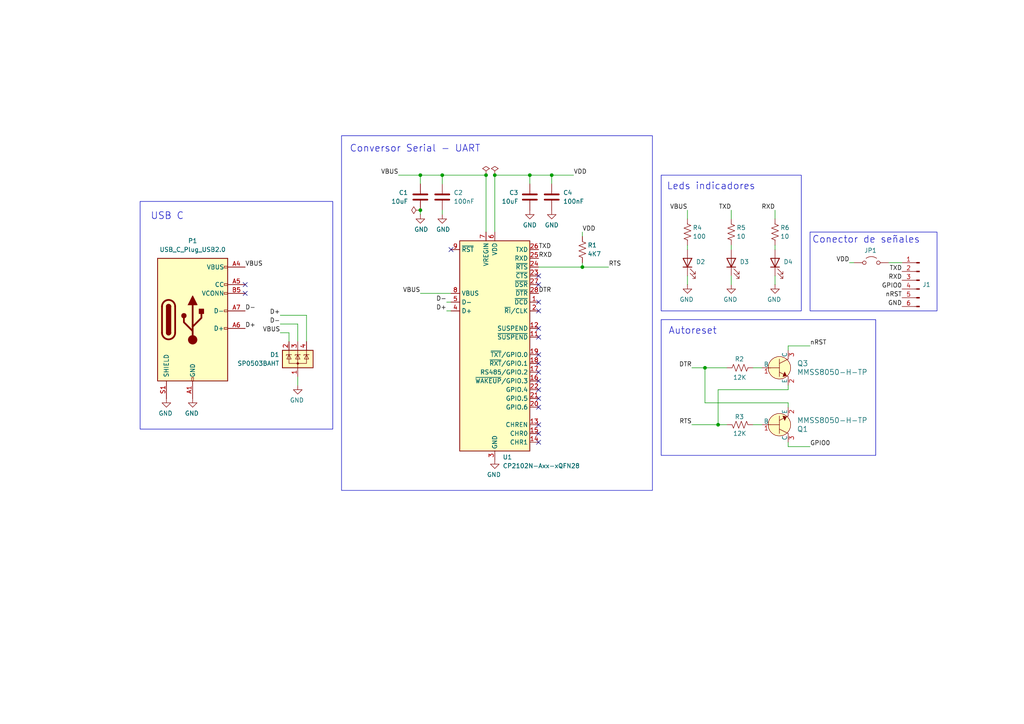
<source format=kicad_sch>
(kicad_sch (version 20231120) (generator "eeschema") (generator_version "8.0")
  (paper "A4")
  (lib_symbols
    (symbol "Connector:Conn_01x06_Pin" (pin_names (offset 1.016) hide)
      (property "Reference" "J" (at 0 7.62 0))
      (property "Value" "Conn_01x06_Pin" (at 0 -10.16 0))
      (symbol "Conn_01x06_Pin_1_1"
        (polyline (pts (xy 1.27 -7.62) (xy 0.8636 -7.62)) (stroke (width 0.1524)))
        (polyline (pts (xy 1.27 -5.08) (xy 0.8636 -5.08)) (stroke (width 0.1524)))
        (polyline (pts (xy 1.27 -2.54) (xy 0.8636 -2.54)) (stroke (width 0.1524)))
        (polyline (pts (xy 1.27 0) (xy 0.8636 0)) (stroke (width 0.1524)))
        (polyline (pts (xy 1.27 2.54) (xy 0.8636 2.54)) (stroke (width 0.1524)))
        (polyline (pts (xy 1.27 5.08) (xy 0.8636 5.08)) (stroke (width 0.1524)))
        (rectangle (start 0.8636 -7.493) (end 0 -7.747) (stroke (width 0.1524)) (fill (type outline)))
        (rectangle (start 0.8636 -4.953) (end 0 -5.207) (stroke (width 0.1524)) (fill (type outline)))
        (rectangle (start 0.8636 -2.413) (end 0 -2.667) (stroke (width 0.1524)) (fill (type outline)))
        (rectangle (start 0.8636 0.127) (end 0 -0.127) (stroke (width 0.1524)) (fill (type outline)))
        (rectangle (start 0.8636 2.667) (end 0 2.413) (stroke (width 0.1524)) (fill (type outline)))
        (rectangle (start 0.8636 5.207) (end 0 4.953) (stroke (width 0.1524)) (fill (type outline)))
        (pin passive line (at 5.08 5.08 180) (length 3.81) (name "Pin_1") (number "1"))
        (pin passive line (at 5.08 2.54 180) (length 3.81) (name "Pin_2") (number "2"))
        (pin passive line (at 5.08 0 180) (length 3.81) (name "Pin_3") (number "3"))
        (pin passive line (at 5.08 -2.54 180) (length 3.81) (name "Pin_4") (number "4"))
        (pin passive line (at 5.08 -5.08 180) (length 3.81) (name "Pin_5") (number "5"))
        (pin passive line (at 5.08 -7.62 180) (length 3.81) (name "Pin_6") (number "6"))
      )
    )
    (symbol "Connector:USB_C_Plug_USB2.0" (pin_names (offset 1.016))
      (property "Reference" "P" (at -10.16 19.05 0))
      (property "Value" "USB_C_Plug_USB2.0" (at 12.7 19.05 0))
      (symbol "USB_C_Plug_USB2.0_0_0"
        (rectangle (start -0.254 -17.78) (end 0.254 -16.764))
        (rectangle (start 10.16 -2.286) (end 9.144 -2.794))
        (rectangle (start 10.16 2.794) (end 9.144 2.286))
        (rectangle (start 10.16 7.874) (end 9.144 7.366))
        (rectangle (start 10.16 10.414) (end 9.144 9.906))
        (rectangle (start 10.16 15.494) (end 9.144 14.986))
      )
      (symbol "USB_C_Plug_USB2.0_0_1"
        (rectangle (start -10.16 17.78) (end 10.16 -17.78) (stroke (width 0.254)) (fill (type background)))
        (arc (start -8.89 -3.81) (mid -6.985 -5.7067) (end -5.08 -3.81) (stroke (width 0.508)))
        (arc (start -7.62 -3.81) (mid -6.985 -4.4423) (end -6.35 -3.81) (stroke (width 0.254)))
        (arc (start -7.62 -3.81) (mid -6.985 -4.4423) (end -6.35 -3.81) (stroke (width 0.254)) (fill (type outline)))
        (rectangle (start -7.62 -3.81) (end -6.35 3.81) (stroke (width 0.254)) (fill (type outline)))
        (arc (start -6.35 3.81) (mid -6.985 4.4423) (end -7.62 3.81) (stroke (width 0.254)))
        (arc (start -6.35 3.81) (mid -6.985 4.4423) (end -7.62 3.81) (stroke (width 0.254)) (fill (type outline)))
        (arc (start -5.08 3.81) (mid -6.985 5.7067) (end -8.89 3.81) (stroke (width 0.508)))
        (circle (center -2.54 1.143) (radius 0.635) (stroke (width 0.254)) (fill (type outline)))
        (circle (center 0 -5.842) (radius 1.27) (fill (type outline)))
        (polyline (pts (xy -8.89 -3.81) (xy -8.89 3.81)) (stroke (width 0.508)))
        (polyline (pts (xy -5.08 3.81) (xy -5.08 -3.81)) (stroke (width 0.508)))
        (polyline (pts (xy 0 -5.842) (xy 0 4.318)) (stroke (width 0.508)))
        (polyline (pts (xy 0 -3.302) (xy -2.54 -0.762) (xy -2.54 0.508)) (stroke (width 0.508)))
        (polyline (pts (xy 0 -2.032) (xy 2.54 0.508) (xy 2.54 1.778)) (stroke (width 0.508)))
        (polyline (pts (xy -1.27 4.318) (xy 0 6.858) (xy 1.27 4.318) (xy -1.27 4.318)) (stroke (width 0.254)) (fill (type outline)))
        (rectangle (start 1.905 1.778) (end 3.175 3.048) (stroke (width 0.254)) (fill (type outline)))
      )
      (symbol "USB_C_Plug_USB2.0_1_1"
        (pin passive line (at 0 -22.86 90) (length 5.08) (name "GND") (number "A1"))
        (pin passive line (at 0 -22.86 90) (length 5.08) hide (name "GND") (number "A12"))
        (pin passive line (at 15.24 15.24 180) (length 5.08) (name "VBUS") (number "A4"))
        (pin bidirectional line (at 15.24 10.16 180) (length 5.08) (name "CC") (number "A5"))
        (pin bidirectional line (at 15.24 -2.54 180) (length 5.08) (name "D+") (number "A6"))
        (pin bidirectional line (at 15.24 2.54 180) (length 5.08) (name "D-") (number "A7"))
        (pin passive line (at 15.24 15.24 180) (length 5.08) hide (name "VBUS") (number "A9"))
        (pin passive line (at 0 -22.86 90) (length 5.08) hide (name "GND") (number "B1"))
        (pin passive line (at 0 -22.86 90) (length 5.08) hide (name "GND") (number "B12"))
        (pin passive line (at 15.24 15.24 180) (length 5.08) hide (name "VBUS") (number "B4"))
        (pin bidirectional line (at 15.24 7.62 180) (length 5.08) (name "VCONN") (number "B5"))
        (pin passive line (at 15.24 15.24 180) (length 5.08) hide (name "VBUS") (number "B9"))
        (pin passive line (at -7.62 -22.86 90) (length 5.08) (name "SHIELD") (number "S1"))
      )
    )
    (symbol "Device:C" (pin_numbers hide) (pin_names (offset 0.254))
      (property "Reference" "C" (at 0.635 2.54 0))
      (property "Value" "C" (at 0.635 -2.54 0))
      (symbol "C_0_1"
        (polyline (pts (xy -2.032 -0.762) (xy 2.032 -0.762)) (stroke (width 0.508)))
        (polyline (pts (xy -2.032 0.762) (xy 2.032 0.762)) (stroke (width 0.508)))
      )
      (symbol "C_1_1"
        (pin passive line (at 0 3.81 270) (length 2.794) (name "~") (number "1"))
        (pin passive line (at 0 -3.81 90) (length 2.794) (name "~") (number "2"))
      )
    )
    (symbol "Device:LED" (pin_numbers hide) (pin_names (offset 1.016) hide)
      (property "Reference" "D" (at 0 2.54 0))
      (property "Value" "LED" (at 0 -2.54 0))
      (symbol "LED_0_1"
        (polyline (pts (xy -1.27 -1.27) (xy -1.27 1.27)) (stroke (width 0.254)))
        (polyline (pts (xy -1.27 0) (xy 1.27 0)))
        (polyline (pts (xy 1.27 -1.27) (xy 1.27 1.27) (xy -1.27 0) (xy 1.27 -1.27)) (stroke (width 0.254)))
        (polyline (pts (xy -3.048 -0.762) (xy -4.572 -2.286) (xy -3.81 -2.286) (xy -4.572 -2.286) (xy -4.572 -1.524)))
        (polyline (pts (xy -1.778 -0.762) (xy -3.302 -2.286) (xy -2.54 -2.286) (xy -3.302 -2.286) (xy -3.302 -1.524)))
      )
      (symbol "LED_1_1"
        (pin passive line (at -3.81 0 0) (length 2.54) (name "K") (number "1"))
        (pin passive line (at 3.81 0 180) (length 2.54) (name "A") (number "2"))
      )
    )
    (symbol "Device:R_US" (pin_numbers hide) (pin_names (offset 0))
      (property "Reference" "R" (at 2.54 0 90))
      (property "Value" "R_US" (at -2.54 0 90))
      (symbol "R_US_0_1"
        (polyline (pts (xy 0 -2.286) (xy 0 -2.54)))
        (polyline (pts (xy 0 2.286) (xy 0 2.54)))
        (polyline (pts (xy 0 -0.762) (xy 1.016 -1.143) (xy 0 -1.524) (xy -1.016 -1.905) (xy 0 -2.286)))
        (polyline (pts (xy 0 0.762) (xy 1.016 0.381) (xy 0 0) (xy -1.016 -0.381) (xy 0 -0.762)))
        (polyline (pts (xy 0 2.286) (xy 1.016 1.905) (xy 0 1.524) (xy -1.016 1.143) (xy 0 0.762)))
      )
      (symbol "R_US_1_1"
        (pin passive line (at 0 3.81 270) (length 1.27) (name "~") (number "1"))
        (pin passive line (at 0 -3.81 90) (length 1.27) (name "~") (number "2"))
      )
    )
    (symbol "Interface_USB:CP2102N-Axx-xQFN28"
      (property "Reference" "U" (at -8.89 31.75 0))
      (property "Value" "CP2102N-Axx-xQFN28" (at 12.7 31.75 0))
      (symbol "CP2102N-Axx-xQFN28_0_1"
        (rectangle (start -10.16 30.48) (end 10.16 -30.48) (stroke (width 0.254)) (fill (type background)))
      )
      (symbol "CP2102N-Axx-xQFN28_1_1"
        (pin input line (at 12.7 12.7 180) (length 2.54) (name "~{DCD}") (number "1"))
        (pin no_connect line (at -10.16 -27.94 0) (length 2.54) hide (name "NC") (number "10"))
        (pin output line (at 12.7 2.54 180) (length 2.54) (name "~{SUSPEND}") (number "11"))
        (pin output line (at 12.7 5.08 180) (length 2.54) (name "SUSPEND") (number "12"))
        (pin output line (at 12.7 -22.86 180) (length 2.54) (name "CHREN") (number "13"))
        (pin output line (at 12.7 -27.94 180) (length 2.54) (name "CHR1") (number "14"))
        (pin output line (at 12.7 -25.4 180) (length 2.54) (name "CHR0") (number "15"))
        (pin bidirectional line (at 12.7 -10.16 180) (length 2.54) (name "~{WAKEUP}/GPIO.3") (number "16"))
        (pin bidirectional line (at 12.7 -7.62 180) (length 2.54) (name "RS485/GPIO.2") (number "17"))
        (pin bidirectional line (at 12.7 -5.08 180) (length 2.54) (name "~{RXT}/GPIO.1") (number "18"))
        (pin bidirectional line (at 12.7 -2.54 180) (length 2.54) (name "~{TXT}/GPIO.0") (number "19"))
        (pin bidirectional line (at 12.7 10.16 180) (length 2.54) (name "~{RI}/CLK") (number "2"))
        (pin bidirectional line (at 12.7 -17.78 180) (length 2.54) (name "GPIO.6") (number "20"))
        (pin bidirectional line (at 12.7 -15.24 180) (length 2.54) (name "GPIO.5") (number "21"))
        (pin bidirectional line (at 12.7 -12.7 180) (length 2.54) (name "GPIO.4") (number "22"))
        (pin input line (at 12.7 20.32 180) (length 2.54) (name "~{CTS}") (number "23"))
        (pin output line (at 12.7 22.86 180) (length 2.54) (name "~{RTS}") (number "24"))
        (pin input line (at 12.7 25.4 180) (length 2.54) (name "RXD") (number "25"))
        (pin output line (at 12.7 27.94 180) (length 2.54) (name "TXD") (number "26"))
        (pin input line (at 12.7 17.78 180) (length 2.54) (name "~{DSR}") (number "27"))
        (pin output line (at 12.7 15.24 180) (length 2.54) (name "~{DTR}") (number "28"))
        (pin passive line (at 0 -33.02 90) (length 2.54) hide (name "GND") (number "29"))
        (pin power_in line (at 0 -33.02 90) (length 2.54) (name "GND") (number "3"))
        (pin bidirectional line (at -12.7 10.16 0) (length 2.54) (name "D+") (number "4"))
        (pin bidirectional line (at -12.7 12.7 0) (length 2.54) (name "D-") (number "5"))
        (pin power_in line (at 0 33.02 270) (length 2.54) (name "VDD") (number "6"))
        (pin power_in line (at -2.54 33.02 270) (length 2.54) (name "VREGIN") (number "7"))
        (pin input line (at -12.7 15.24 0) (length 2.54) (name "VBUS") (number "8"))
        (pin input line (at -12.7 27.94 0) (length 2.54) (name "~{RST}") (number "9"))
      )
    )
    (symbol "Jumper:Jumper_2_Open" (pin_numbers hide) (pin_names (offset 0) hide) (exclude_from_sim yes)
      (property "Reference" "JP" (at 0 2.794 0))
      (property "Value" "Jumper_2_Open" (at 0 -2.286 0))
      (symbol "Jumper_2_Open_0_0"
        (circle (center -2.032 0) (radius 0.508))
        (circle (center 2.032 0) (radius 0.508))
      )
      (symbol "Jumper_2_Open_0_1"
        (arc (start 1.524 1.27) (mid 0 1.778) (end -1.524 1.27))
      )
      (symbol "Jumper_2_Open_1_1"
        (pin passive line (at -5.08 0 0) (length 2.54) (name "A") (number "1"))
        (pin passive line (at 5.08 0 180) (length 2.54) (name "B") (number "2"))
      )
    )
    (symbol "Power_Protection:SP0503BAHT" (pin_names hide)
      (property "Reference" "D" (at 5.715 2.54 0))
      (property "Value" "SP0503BAHT" (at 5.715 0.635 0))
      (symbol "SP0503BAHT_0_0"
        (pin passive line (at 0 -5.08 90) (length 2.54) (name "A") (number "1"))
      )
      (symbol "SP0503BAHT_0_1"
        (rectangle (start -4.445 2.54) (end 4.445 -2.54) (stroke (width 0.254)) (fill (type background)))
        (circle (center 0 -1.27) (radius 0.254) (fill (type outline)))
        (polyline (pts (xy -2.54 2.54) (xy -2.54 1.27)))
        (polyline (pts (xy 0 -1.27) (xy 0 -2.54)))
        (polyline (pts (xy 0 -1.27) (xy 0 1.27)))
        (polyline (pts (xy 0 2.54) (xy 0 1.27)))
        (polyline (pts (xy 0.635 1.27) (xy 0.762 1.27)))
        (polyline (pts (xy 2.54 2.54) (xy 2.54 1.27)))
        (polyline (pts (xy 0.635 1.27) (xy -0.762 1.27) (xy -0.762 1.016)))
        (polyline (pts (xy -3.302 1.016) (xy -3.302 1.27) (xy -1.905 1.27) (xy -1.778 1.27)))
        (polyline (pts (xy -2.54 1.27) (xy -2.54 -1.27) (xy 2.54 -1.27) (xy 2.54 1.27)))
        (polyline (pts (xy -2.54 1.27) (xy -1.905 0) (xy -3.175 0) (xy -2.54 1.27)))
        (polyline (pts (xy 0.635 0) (xy -0.635 0) (xy 0 1.27) (xy 0.635 0)))
        (polyline (pts (xy 1.778 1.016) (xy 1.778 1.27) (xy 3.175 1.27) (xy 3.302 1.27)))
        (polyline (pts (xy 2.54 1.27) (xy 1.905 0) (xy 3.175 0) (xy 2.54 1.27)))
      )
      (symbol "SP0503BAHT_1_1"
        (pin passive line (at -2.54 5.08 270) (length 2.54) (name "K") (number "2"))
        (pin passive line (at 0 5.08 270) (length 2.54) (name "K") (number "3"))
        (pin passive line (at 2.54 5.08 270) (length 2.54) (name "K") (number "4"))
      )
    )
    (symbol "dk_Transistors-Bipolar-BJT-Single:MMSS8050-H-TP" (pin_names (offset 0))
      (property "Reference" "Q" (at -3.2004 4.2164 0))
      (property "Value" "MMSS8050-H-TP" (at 5.2324 0 90))
      (symbol "MMSS8050-H-TP_0_1"
        (polyline (pts (xy -3.81 0) (xy -2.54 0)))
        (polyline (pts (xy -3.556 0) (xy 0 0)))
        (polyline (pts (xy 0 -1.27) (xy 2.54 -2.54)))
        (polyline (pts (xy 0 1.27) (xy 2.54 2.54)))
        (polyline (pts (xy 0 2.54) (xy 0 -2.54)))
        (polyline (pts (xy 1.524 -1.27) (xy 2.032 -2.286) (xy 1.016 -2.54) (xy 1.524 -1.27)) (fill (type outline)))
        (circle (center 0 0) (radius 3.2512) (fill (type background)))
      )
      (symbol "MMSS8050-H-TP_1_1"
        (pin input line (at -5.08 0 0) (length 2.54) (name "B") (number "1"))
        (pin passive line (at 2.54 -5.08 90) (length 2.54) (name "E") (number "2"))
        (pin passive line (at 2.54 5.08 270) (length 2.54) (name "C") (number "3"))
      )
    )
    (symbol "power:GND" (power) (pin_numbers hide) (pin_names (offset 0) hide)
      (property "Value" "GND" (at 0 -3.81 0))
      (symbol "GND_0_1"
        (polyline (pts (xy 0 0) (xy 0 -1.27) (xy 1.27 -1.27) (xy 0 -2.54) (xy -1.27 -1.27) (xy 0 -1.27)))
      )
      (symbol "GND_1_1"
        (pin power_in line (at 0 0 270) (length 0) (name "~") (number "1"))
      )
    )
    (symbol "power:PWR_FLAG" (power) (pin_numbers hide) (pin_names (offset 0) hide)
      (property "Value" "PWR_FLAG" (at 0 3.81 0))
      (symbol "PWR_FLAG_0_0"
        (pin power_out line (at 0 0 90) (length 0) (name "~") (number "1"))
      )
      (symbol "PWR_FLAG_0_1"
        (polyline (pts (xy 0 0) (xy 0 1.27) (xy -1.016 1.905) (xy 0 2.54) (xy 1.016 1.905) (xy 0 1.27)))
      )
    )
  )
  (junction (at 143.51 50.8))
  (junction (at 121.92 60.96))
  (junction (at 128.27 50.8))
  (junction (at 204.47 106.68))
  (junction (at 121.92 50.8))
  (junction (at 160.02 50.8))
  (junction (at 140.97 50.8))
  (junction (at 168.91 77.47))
  (junction (at 208.28 123.19))
  (junction (at 153.67 50.8))
  (no_connect (at 156.21 125.73))
  (no_connect (at 156.21 90.17))
  (no_connect (at 156.21 80.01))
  (no_connect (at 71.12 82.55))
  (no_connect (at 156.21 105.41))
  (no_connect (at 130.81 72.39))
  (no_connect (at 156.21 118.11))
  (no_connect (at 156.21 113.03))
  (no_connect (at 156.21 123.19))
  (no_connect (at 156.21 110.49))
  (no_connect (at 156.21 115.57))
  (no_connect (at 71.12 85.09))
  (no_connect (at 156.21 102.87))
  (no_connect (at 156.21 128.27))
  (no_connect (at 156.21 95.25))
  (no_connect (at 156.21 82.55))
  (no_connect (at 156.21 107.95))
  (no_connect (at 156.21 97.79))
  (no_connect (at 156.21 87.63))
  (wire (pts (xy 204.47 116.84) (xy 204.47 106.68)))
  (wire (pts (xy 200.66 123.19) (xy 208.28 123.19)))
  (wire (pts (xy 204.47 106.68) (xy 210.82 106.68)))
  (wire (pts (xy 257.81 76.2) (xy 261.62 76.2)))
  (wire (pts (xy 81.28 93.98) (xy 86.36 93.98)))
  (wire (pts (xy 228.6 100.33) (xy 234.95 100.33)))
  (wire (pts (xy 224.79 80.01) (xy 224.79 82.55)))
  (wire (pts (xy 228.6 116.84) (xy 228.6 118.11)))
  (wire (pts (xy 212.09 60.96) (xy 212.09 63.5)))
  (wire (pts (xy 200.66 106.68) (xy 204.47 106.68)))
  (wire (pts (xy 212.09 80.01) (xy 212.09 82.55)))
  (wire (pts (xy 86.36 109.22) (xy 86.36 111.76)))
  (wire (pts (xy 224.79 71.12) (xy 224.79 72.39)))
  (wire (pts (xy 228.6 111.76) (xy 228.6 113.03)))
  (wire (pts (xy 129.54 90.17) (xy 130.81 90.17)))
  (wire (pts (xy 86.36 93.98) (xy 86.36 99.06)))
  (wire (pts (xy 81.28 96.52) (xy 83.82 96.52)))
  (wire (pts (xy 121.92 50.8) (xy 121.92 53.34)))
  (wire (pts (xy 168.91 77.47) (xy 156.21 77.47)))
  (wire (pts (xy 228.6 101.6) (xy 228.6 100.33)))
  (wire (pts (xy 121.92 85.09) (xy 130.81 85.09)))
  (wire (pts (xy 208.28 113.03) (xy 208.28 123.19)))
  (wire (pts (xy 212.09 71.12) (xy 212.09 72.39)))
  (wire (pts (xy 208.28 123.19) (xy 210.82 123.19)))
  (wire (pts (xy 143.51 67.31) (xy 143.51 50.8)))
  (wire (pts (xy 153.67 50.8) (xy 160.02 50.8)))
  (wire (pts (xy 115.57 50.8) (xy 121.92 50.8)))
  (wire (pts (xy 160.02 53.34) (xy 160.02 50.8)))
  (wire (pts (xy 128.27 62.23) (xy 128.27 60.96)))
  (wire (pts (xy 228.6 113.03) (xy 208.28 113.03)))
  (wire (pts (xy 234.95 129.54) (xy 228.6 129.54)))
  (wire (pts (xy 224.79 60.96) (xy 224.79 63.5)))
  (wire (pts (xy 121.92 50.8) (xy 128.27 50.8)))
  (wire (pts (xy 83.82 96.52) (xy 83.82 99.06)))
  (wire (pts (xy 129.54 87.63) (xy 130.81 87.63)))
  (wire (pts (xy 128.27 50.8) (xy 140.97 50.8)))
  (wire (pts (xy 88.9 91.44) (xy 88.9 99.06)))
  (wire (pts (xy 143.51 50.8) (xy 153.67 50.8)))
  (wire (pts (xy 246.38 76.2) (xy 247.65 76.2)))
  (wire (pts (xy 140.97 50.8) (xy 140.97 67.31)))
  (wire (pts (xy 168.91 76.2) (xy 168.91 77.47)))
  (wire (pts (xy 199.39 80.01) (xy 199.39 82.55)))
  (wire (pts (xy 153.67 50.8) (xy 153.67 53.34)))
  (wire (pts (xy 199.39 60.96) (xy 199.39 63.5)))
  (wire (pts (xy 228.6 116.84) (xy 204.47 116.84)))
  (wire (pts (xy 81.28 91.44) (xy 88.9 91.44)))
  (wire (pts (xy 218.44 106.68) (xy 220.98 106.68)))
  (wire (pts (xy 228.6 129.54) (xy 228.6 128.27)))
  (wire (pts (xy 176.53 77.47) (xy 168.91 77.47)))
  (wire (pts (xy 160.02 50.8) (xy 166.37 50.8)))
  (wire (pts (xy 128.27 50.8) (xy 128.27 53.34)))
  (wire (pts (xy 121.92 62.23) (xy 121.92 60.96)))
  (wire (pts (xy 199.39 71.12) (xy 199.39 72.39)))
  (wire (pts (xy 168.91 68.58) (xy 168.91 67.31)))
  (wire (pts (xy 218.44 123.19) (xy 220.98 123.19)))
  (rectangle (start 40.64 58.42) (end 96.52 124.46))
  (rectangle (start 191.77 50.8) (end 232.41 90.17))
  (rectangle (start 191.77 92.71) (end 254 132.08))
  (rectangle (start 234.95 67.31) (end 271.78 90.17))
  (rectangle (start 99.06 39.37) (end 189.23 142.24))
  (text "Conector de señales" (at 251.206 69.596 0) (effects (font (size 2 2))))
  (text "Leds indicadores" (at 206.248 54.102 0) (effects (font (size 2 2))))
  (text "USB C" (at 48.514 62.738 0) (effects (font (size 2 2))))
  (text "Conversor Serial - UART" (at 120.396 43.18 0) (effects (font (size 2 2))))
  (text "Autoreset" (at 200.914 96.012 0) (effects (font (size 2 2))))
  (label "D+" (at 81.28 91.44 180))
  (label "VBUS" (at 71.12 77.47 0))
  (label "DTR" (at 156.21 85.09 0))
  (label "DTR" (at 200.66 106.68 180))
  (label "D-" (at 129.54 87.63 180))
  (label "D-" (at 71.12 90.17 0))
  (label "VBUS" (at 121.92 85.09 180))
  (label "RXD" (at 224.79 60.96 180))
  (label "VBUS" (at 199.39 60.96 180))
  (label "GND" (at 261.62 88.9 180))
  (label "D+" (at 129.54 90.17 180))
  (label "TXD" (at 261.62 78.74 180))
  (label "TXD" (at 212.09 60.96 180))
  (label "TXD" (at 156.21 72.39 0))
  (label "D-" (at 81.28 93.98 180))
  (label "nRST" (at 234.95 100.33 0))
  (label "VBUS" (at 81.28 96.52 180))
  (label "D+" (at 71.12 95.25 0))
  (label "RTS" (at 200.66 123.19 180))
  (label "RTS" (at 176.53 77.47 0))
  (label "VBUS" (at 115.57 50.8 180))
  (label "GPIO0" (at 234.95 129.54 0))
  (label "nRST" (at 261.62 86.36 180))
  (label "VDD" (at 246.38 76.2 180))
  (label "VDD" (at 168.91 67.31 0))
  (label "GPIO0" (at 261.62 83.82 180))
  (label "RXD" (at 156.21 74.93 0))
  (label "VDD" (at 166.37 50.8 0))
  (label "RXD" (at 261.62 81.28 180))
  (symbol (lib_id "power:GND") (at 153.67 60.96 0) (unit 1)
    (property "Reference" "#PWR02" (effects (hide yes)))
    (property "Value" "GND" (at 153.67 65.278 0))
    (property "Description" "Power symbol creates a global label with name \"GND\" , ground" (effects (hide yes)))
  )
  (symbol (lib_id "power:GND") (at 128.27 62.23 0) (unit 1)
    (property "Reference" "#PWR04" (effects (hide yes)))
    (property "Value" "GND" (at 128.524 66.548 0))
    (property "Description" "Power symbol creates a global label with name \"GND\" , ground" (effects (hide yes)))
  )
  (symbol (lib_id "power:PWR_FLAG") (at 140.97 50.8 0) (unit 1)
    (property "Reference" "#FLG01" (effects (hide yes)))
    (property "Value" "PWR_FLAG" (effects (hide yes)))
    (property "Description" "Special symbol for telling ERC where power comes from" (effects (hide yes)))
  )
  (symbol (lib_id "power:GND") (at 86.36 111.76 0) (unit 1)
    (property "Reference" "#PWR06" (effects (hide yes)))
    (property "Value" "GND" (at 86.106 116.078 0))
    (property "Description" "Power symbol creates a global label with name \"GND\" , ground" (effects (hide yes)))
  )
  (symbol (lib_id "power:GND") (at 121.92 62.23 0) (unit 1)
    (property "Reference" "#PWR01" (effects (hide yes)))
    (property "Value" "GND" (at 122.174 66.548 0))
    (property "Description" "Power symbol creates a global label with name \"GND\" , ground" (effects (hide yes)))
  )
  (symbol (lib_id "Device:R_US") (at 224.79 67.31 0) (unit 1)
    (property "Reference" "R6" (at 226.314 66.04 0) (effects (justify left)))
    (property "Value" "10" (at 226.314 68.58 0) (effects (justify left)))
    (property "Footprint" "Resistor_SMD:R_0603_1608Metric_Pad0.98x0.95mm_HandSolder" (effects (hide yes)))
    (property "Description" "Resistor, US symbol" (effects (hide yes)))
  )
  (symbol (lib_name "dk_Transistors-Bipolar-BJT-Single:MMSS8050-H-TP") (lib_id "dk_Transistors-Bipolar-BJT-Single:MMSS8050-H-TP") (at 226.06 123.19 0) (mirror x) (unit 1)
    (property "Reference" "Q1" (at 231.14 124.4601 0) (effects (font (size 1.524 1.524)) (justify left)))
    (property "Value" "MMSS8050-H-TP" (at 231.14 121.9201 0) (effects (font (size 1.524 1.524)) (justify left)))
    (property "Footprint" "digikey-footprints:SOT-23-3" (effects (hide yes)))
    (property "Datasheet" "https://www.mccsemi.com/pdf/Products/MMSS8050(SOT-23).pdf" (effects (hide yes)))
    (property "Description" "TRANS NPN 25V 1.5A SOT23" (effects (hide yes)))
    (property "MPN" "MMSS8050-H-TP" (effects (hide yes)))
    (property "Category" "Discrete Semiconductor Products" (effects (hide yes)))
    (property "Family" "Transistors - Bipolar (BJT) - Single" (effects (hide yes)))
    (property "DK_Datasheet_Link" "https://www.mccsemi.com/pdf/Products/MMSS8050(SOT-23).pdf" (effects (hide yes)))
    (property "DK_Detail_Page" "/product-detail/en/micro-commercial-co/MMSS8050-H-TP/MMSS8050-H-TPMSCT-ND/2825945" (effects (hide yes)))
    (property "Manufacturer" "Micro Commercial Co" (effects (hide yes)))
    (property "Status" "Active" (effects (hide yes)))
  )
  (symbol (lib_id "Device:LED") (at 224.79 76.2 90) (unit 1)
    (property "Reference" "D4" (at 228.6 75.946 90))
    (property "Value" "LED" (effects (hide yes)))
    (property "Footprint" "LED_SMD:LED_0603_1608Metric" (effects (hide yes)))
    (property "Description" "Light emitting diode" (effects (hide yes)))
  )
  (symbol (lib_id "Device:R_US") (at 212.09 67.31 0) (unit 1)
    (property "Reference" "R5" (at 213.614 66.04 0) (effects (justify left)))
    (property "Value" "10" (at 213.614 68.58 0) (effects (justify left)))
    (property "Footprint" "Resistor_SMD:R_0603_1608Metric_Pad0.98x0.95mm_HandSolder" (effects (hide yes)))
    (property "Description" "Resistor, US symbol" (effects (hide yes)))
  )
  (symbol (lib_id "Device:LED") (at 199.39 76.2 90) (unit 1)
    (property "Reference" "D2" (at 203.2 75.946 90))
    (property "Value" "LED" (effects (hide yes)))
    (property "Footprint" "LED_SMD:LED_0603_1608Metric" (effects (hide yes)))
    (property "Description" "Light emitting diode" (effects (hide yes)))
  )
  (symbol (lib_id "power:GND") (at 160.02 60.96 0) (unit 1)
    (property "Reference" "#PWR05" (effects (hide yes)))
    (property "Value" "GND" (at 160.02 65.278 0))
    (property "Description" "Power symbol creates a global label with name \"GND\" , ground" (effects (hide yes)))
  )
  (symbol (lib_id "Device:R_US") (at 168.91 72.39 0) (unit 1)
    (property "Reference" "R1" (at 170.434 71.12 0) (effects (justify left)))
    (property "Value" "4K7" (at 170.434 73.66 0) (effects (justify left)))
    (property "Footprint" "Resistor_SMD:R_0603_1608Metric_Pad0.98x0.95mm_HandSolder" (effects (hide yes)))
    (property "Description" "Resistor, US symbol" (effects (hide yes)))
  )
  (symbol (lib_id "power:PWR_FLAG") (at 143.51 50.8 0) (unit 1)
    (property "Reference" "#FLG02" (effects (hide yes)))
    (property "Value" "PWR_FLAG" (effects (hide yes)))
    (property "Description" "Special symbol for telling ERC where power comes from" (effects (hide yes)))
  )
  (symbol (lib_id "Device:C") (at 121.92 57.15 0) (unit 1)
    (property "Reference" "C1" (at 118.364 55.88 0) (effects (justify right)))
    (property "Value" "10uF" (at 118.364 58.42 0) (effects (justify right)))
    (property "Footprint" "Capacitor_SMD:C_0603_1608Metric_Pad1.08x0.95mm_HandSolder" (effects (hide yes)))
    (property "Description" "Unpolarized capacitor" (effects (hide yes)))
  )
  (symbol (lib_id "power:GND") (at 212.09 82.55 0) (unit 1)
    (property "Reference" "#PWR010" (effects (hide yes)))
    (property "Value" "GND" (at 211.836 86.868 0))
    (property "Description" "Power symbol creates a global label with name \"GND\" , ground" (effects (hide yes)))
  )
  (symbol (lib_id "power:GND") (at 48.26 115.57 0) (unit 1)
    (property "Reference" "#PWR08" (effects (hide yes)))
    (property "Value" "GND" (at 48.006 119.888 0))
    (property "Description" "Power symbol creates a global label with name \"GND\" , ground" (effects (hide yes)))
  )
  (symbol (lib_id "Device:R_US") (at 214.63 106.68 90) (unit 1)
    (property "Reference" "R2" (at 213.106 104.14 90) (effects (justify right)))
    (property "Value" "12K" (at 212.598 109.474 90) (effects (justify right)))
    (property "Footprint" "Resistor_SMD:R_0603_1608Metric_Pad0.98x0.95mm_HandSolder" (effects (hide yes)))
    (property "Description" "Resistor, US symbol" (effects (hide yes)))
  )
  (symbol (lib_id "power:GND") (at 199.39 82.55 0) (unit 1)
    (property "Reference" "#PWR09" (effects (hide yes)))
    (property "Value" "GND" (at 199.136 86.868 0))
    (property "Description" "Power symbol creates a global label with name \"GND\" , ground" (effects (hide yes)))
  )
  (symbol (lib_id "Connector:USB_C_Plug_USB2.0") (at 55.88 92.71 0) (unit 1)
    (property "Reference" "P1" (at 55.88 69.85 0))
    (property "Value" "USB_C_Plug_USB2.0" (at 55.88 72.39 0))
    (property "Footprint" "Connector_USB:USB_C_Receptacle_GCT_USB4105-xx-A_16P_TopMnt_Horizontal" (effects (hide yes)))
    (property "Datasheet" "https://www.usb.org/sites/default/files/documents/usb_type-c.zip" (effects (hide yes)))
    (property "Description" "USB 2.0-only Type-C Plug connector" (effects (hide yes)))
  )
  (symbol (lib_id "Device:C") (at 160.02 57.15 0) (unit 1)
    (property "Reference" "C4" (at 163.322 55.88 0) (effects (justify left)))
    (property "Value" "100nF" (at 163.322 58.42 0) (effects (justify left)))
    (property "Footprint" "Capacitor_SMD:C_0603_1608Metric_Pad1.08x0.95mm_HandSolder" (effects (hide yes)))
    (property "Description" "Unpolarized capacitor" (effects (hide yes)))
  )
  (symbol (lib_id "Device:C") (at 128.27 57.15 0) (unit 1)
    (property "Reference" "C2" (at 131.572 55.88 0) (effects (justify left)))
    (property "Value" "100nF" (at 131.572 58.42 0) (effects (justify left)))
    (property "Footprint" "Capacitor_SMD:C_0603_1608Metric_Pad1.08x0.95mm_HandSolder" (effects (hide yes)))
    (property "Description" "Unpolarized capacitor" (effects (hide yes)))
  )
  (symbol (lib_id "power:GND") (at 224.79 82.55 0) (unit 1)
    (property "Reference" "#PWR011" (effects (hide yes)))
    (property "Value" "GND" (at 224.536 86.868 0))
    (property "Description" "Power symbol creates a global label with name \"GND\" , ground" (effects (hide yes)))
  )
  (symbol (lib_id "Device:R_US") (at 214.63 123.19 90) (mirror x) (unit 1)
    (property "Reference" "R3" (at 213.106 120.904 90) (effects (justify right)))
    (property "Value" "12K" (at 212.598 125.73 90) (effects (justify right)))
    (property "Footprint" "Resistor_SMD:R_0603_1608Metric_Pad0.98x0.95mm_HandSolder" (effects (hide yes)))
    (property "Description" "Resistor, US symbol" (effects (hide yes)))
  )
  (symbol (lib_id "Device:C") (at 153.67 57.15 0) (unit 1)
    (property "Reference" "C3" (at 150.368 55.88 0) (effects (justify right)))
    (property "Value" "10uF" (at 150.368 58.42 0) (effects (justify right)))
    (property "Footprint" "Capacitor_SMD:C_0603_1608Metric_Pad1.08x0.95mm_HandSolder" (effects (hide yes)))
    (property "Description" "Unpolarized capacitor" (effects (hide yes)))
  )
  (symbol (lib_id "Device:R_US") (at 199.39 67.31 0) (unit 1)
    (property "Reference" "R4" (at 200.914 66.04 0) (effects (justify left)))
    (property "Value" "100" (at 200.914 68.58 0) (effects (justify left)))
    (property "Footprint" "Resistor_SMD:R_0603_1608Metric_Pad0.98x0.95mm_HandSolder" (effects (hide yes)))
    (property "Description" "Resistor, US symbol" (effects (hide yes)))
  )
  (symbol (lib_id "power:PWR_FLAG") (at 121.92 60.96 90) (unit 1)
    (property "Reference" "#FLG03" (effects (hide yes)))
    (property "Value" "PWR_FLAG" (effects (hide yes)))
    (property "Description" "Special symbol for telling ERC where power comes from" (effects (hide yes)))
  )
  (symbol (lib_id "Device:LED") (at 212.09 76.2 90) (unit 1)
    (property "Reference" "D3" (at 215.9 75.946 90))
    (property "Value" "LED" (effects (hide yes)))
    (property "Footprint" "LED_SMD:LED_0603_1608Metric" (effects (hide yes)))
    (property "Description" "Light emitting diode" (effects (hide yes)))
  )
  (symbol (lib_id "power:GND") (at 55.88 115.57 0) (unit 1)
    (property "Reference" "#PWR07" (effects (hide yes)))
    (property "Value" "GND" (at 55.626 119.888 0))
    (property "Description" "Power symbol creates a global label with name \"GND\" , ground" (effects (hide yes)))
  )
  (symbol (lib_name "dk_Transistors-Bipolar-BJT-Single:MMSS8050-H-TP") (lib_id "dk_Transistors-Bipolar-BJT-Single:MMSS8050-H-TP") (at 226.06 106.68 0) (unit 1)
    (property "Reference" "Q3" (at 231.14 105.4099 0) (effects (font (size 1.524 1.524)) (justify left)))
    (property "Value" "MMSS8050-H-TP" (at 231.14 107.9499 0) (effects (font (size 1.524 1.524)) (justify left)))
    (property "Footprint" "digikey-footprints:SOT-23-3" (effects (hide yes)))
    (property "Datasheet" "https://www.mccsemi.com/pdf/Products/MMSS8050(SOT-23).pdf" (effects (hide yes)))
    (property "Description" "TRANS NPN 25V 1.5A SOT23" (effects (hide yes)))
    (property "MPN" "MMSS8050-H-TP" (effects (hide yes)))
    (property "Category" "Discrete Semiconductor Products" (effects (hide yes)))
    (property "Family" "Transistors - Bipolar (BJT) - Single" (effects (hide yes)))
    (property "DK_Datasheet_Link" "https://www.mccsemi.com/pdf/Products/MMSS8050(SOT-23).pdf" (effects (hide yes)))
    (property "DK_Detail_Page" "/product-detail/en/micro-commercial-co/MMSS8050-H-TP/MMSS8050-H-TPMSCT-ND/2825945" (effects (hide yes)))
    (property "Manufacturer" "Micro Commercial Co" (effects (hide yes)))
    (property "Status" "Active" (effects (hide yes)))
  )
  (symbol (lib_id "power:GND") (at 143.51 133.35 0) (unit 1)
    (property "Reference" "#PWR03" (effects (hide yes)))
    (property "Value" "GND" (at 143.256 137.668 0))
    (property "Description" "Power symbol creates a global label with name \"GND\" , ground" (effects (hide yes)))
  )
  (symbol (lib_id "Power_Protection:SP0503BAHT") (at 86.36 104.14 0) (unit 1)
    (property "Reference" "D1" (at 81.026 102.87 0) (effects (justify right)))
    (property "Value" "SP0503BAHT" (at 81.026 105.41 0) (effects (justify right)))
    (property "Footprint" "Package_TO_SOT_SMD:SOT-143" (effects (hide yes)))
    (property "Datasheet" "http://www.littelfuse.com/~/media/files/littelfuse/technical%20resources/documents/data%20sheets/sp05xxba.pdf" (effects (hide yes)))
    (property "Description" "TVS Diode Array, 5.5V Standoff, 3 Channels, SOT-143 package" (effects (hide yes)))
  )
  (symbol (lib_id "Jumper:Jumper_2_Open") (at 252.73 76.2 0) (unit 1) (exclude_from_sim yes)
    (property "Reference" "JP1" (at 252.476 72.644 0))
    (property "Value" "Jumper_2_Open" (effects (hide yes)))
    (property "Footprint" "Connector_PinHeader_2.54mm:PinHeader_1x02_P2.54mm_Vertical" (effects (hide yes)))
    (property "Description" "Jumper, 2-pole, open" (effects (hide yes)))
  )
  (symbol (lib_id "Connector:Conn_01x06_Pin") (at 266.7 81.28 0) (mirror y) (unit 1)
    (property "Reference" "J1" (at 268.732 82.55 0))
    (property "Value" "Conn_01x06_Pin" (effects (hide yes)))
    (property "Footprint" "Connector_PinHeader_2.54mm:PinHeader_1x06_P2.54mm_Horizontal" (effects (hide yes)))
    (property "Description" "Generic connector, single row, 01x06, script generated" (effects (hide yes)))
  )
  (symbol (lib_id "Interface_USB:CP2102N-Axx-xQFN28") (at 143.51 100.33 0) (unit 1)
    (property "Reference" "U1" (at 145.796 132.588 0) (effects (justify left)))
    (property "Value" "CP2102N-Axx-xQFN28" (at 145.796 135.128 0) (effects (justify left)))
    (property "Footprint" "Package_DFN_QFN:QFN-28-1EP_5x5mm_P0.5mm_EP3.35x3.35mm" (effects (hide yes)))
    (property "Datasheet" "https://www.silabs.com/documents/public/data-sheets/cp2102n-datasheet.pdf" (effects (hide yes)))
    (property "Description" "USB to UART master bridge, QFN-28" (effects (hide yes)))
  )
)
</source>
